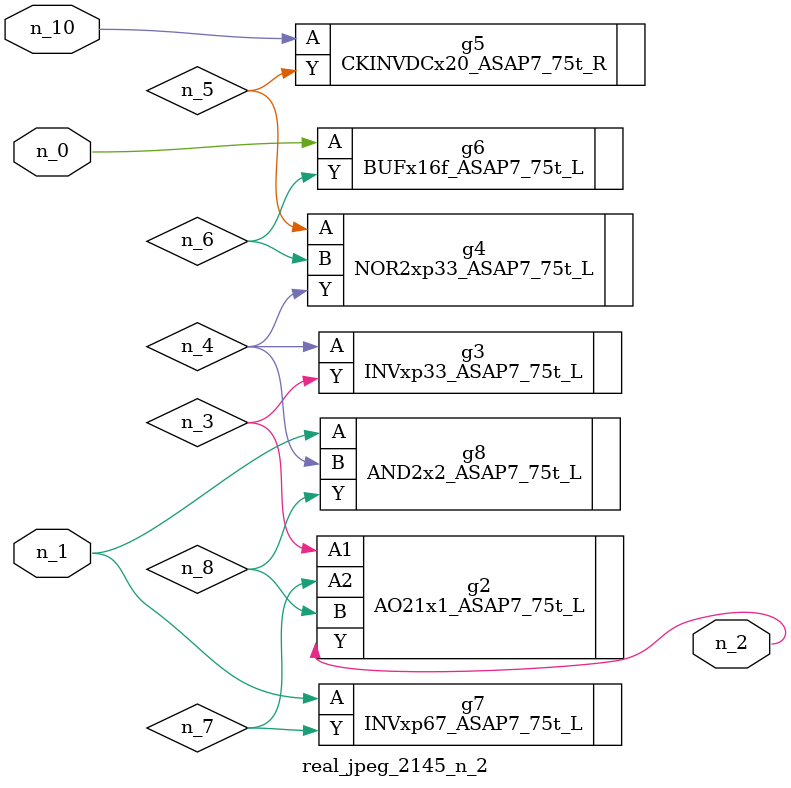
<source format=v>
module real_jpeg_2145_n_2 (n_1, n_10, n_0, n_2);

input n_1;
input n_10;
input n_0;

output n_2;

wire n_5;
wire n_4;
wire n_8;
wire n_6;
wire n_7;
wire n_3;

BUFx16f_ASAP7_75t_L g6 ( 
.A(n_0),
.Y(n_6)
);

INVxp67_ASAP7_75t_L g7 ( 
.A(n_1),
.Y(n_7)
);

AND2x2_ASAP7_75t_L g8 ( 
.A(n_1),
.B(n_4),
.Y(n_8)
);

AO21x1_ASAP7_75t_L g2 ( 
.A1(n_3),
.A2(n_7),
.B(n_8),
.Y(n_2)
);

INVxp33_ASAP7_75t_L g3 ( 
.A(n_4),
.Y(n_3)
);

NOR2xp33_ASAP7_75t_L g4 ( 
.A(n_5),
.B(n_6),
.Y(n_4)
);

CKINVDCx20_ASAP7_75t_R g5 ( 
.A(n_10),
.Y(n_5)
);


endmodule
</source>
